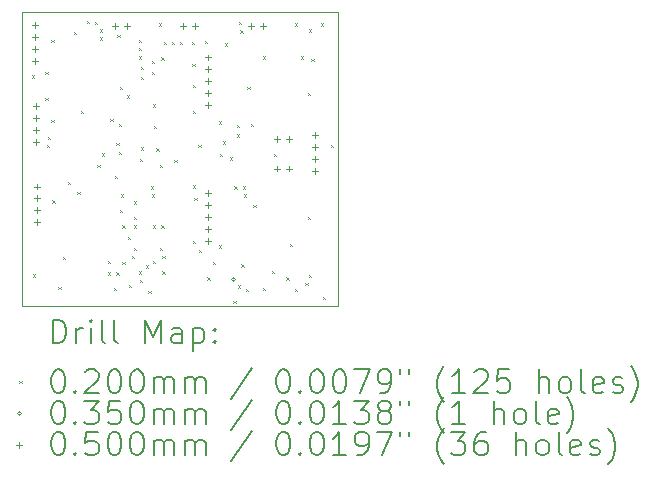
<source format=gbr>
%TF.GenerationSoftware,KiCad,Pcbnew,7.0.5*%
%TF.CreationDate,2023-06-11T19:33:45+08:00*%
%TF.ProjectId,DiveCAN Head,44697665-4341-44e2-9048-6561642e6b69,rev?*%
%TF.SameCoordinates,Original*%
%TF.FileFunction,Drillmap*%
%TF.FilePolarity,Positive*%
%FSLAX45Y45*%
G04 Gerber Fmt 4.5, Leading zero omitted, Abs format (unit mm)*
G04 Created by KiCad (PCBNEW 7.0.5) date 2023-06-11 19:33:45*
%MOMM*%
%LPD*%
G01*
G04 APERTURE LIST*
%ADD10C,0.100000*%
%ADD11C,0.200000*%
%ADD12C,0.020000*%
%ADD13C,0.035000*%
%ADD14C,0.050000*%
G04 APERTURE END LIST*
D10*
X10005000Y-9215000D02*
X12675000Y-9215000D01*
X12675000Y-11705000D01*
X10005000Y-11705000D01*
X10005000Y-9215000D01*
D11*
D12*
X10087500Y-9750000D02*
X10107500Y-9770000D01*
X10107500Y-9750000D02*
X10087500Y-9770000D01*
X10095000Y-11435000D02*
X10115000Y-11455000D01*
X10115000Y-11435000D02*
X10095000Y-11455000D01*
X10200000Y-9720000D02*
X10220000Y-9740000D01*
X10220000Y-9720000D02*
X10200000Y-9740000D01*
X10200000Y-9940000D02*
X10220000Y-9960000D01*
X10220000Y-9940000D02*
X10200000Y-9960000D01*
X10210000Y-10340000D02*
X10230000Y-10360000D01*
X10230000Y-10340000D02*
X10210000Y-10360000D01*
X10220000Y-10270000D02*
X10240000Y-10290000D01*
X10240000Y-10270000D02*
X10220000Y-10290000D01*
X10250000Y-9450000D02*
X10270000Y-9470000D01*
X10270000Y-9450000D02*
X10250000Y-9470000D01*
X10250000Y-10130000D02*
X10270000Y-10150000D01*
X10270000Y-10130000D02*
X10250000Y-10150000D01*
X10260000Y-10810000D02*
X10280000Y-10830000D01*
X10280000Y-10810000D02*
X10260000Y-10830000D01*
X10310000Y-11540000D02*
X10330000Y-11560000D01*
X10330000Y-11540000D02*
X10310000Y-11560000D01*
X10350000Y-11290000D02*
X10370000Y-11310000D01*
X10370000Y-11290000D02*
X10350000Y-11310000D01*
X10390000Y-10650000D02*
X10410000Y-10670000D01*
X10410000Y-10650000D02*
X10390000Y-10670000D01*
X10440000Y-9380000D02*
X10460000Y-9400000D01*
X10460000Y-9380000D02*
X10440000Y-9400000D01*
X10470000Y-10740000D02*
X10490000Y-10760000D01*
X10490000Y-10740000D02*
X10470000Y-10760000D01*
X10500000Y-10050000D02*
X10520000Y-10070000D01*
X10520000Y-10050000D02*
X10500000Y-10070000D01*
X10550000Y-9290000D02*
X10570000Y-9310000D01*
X10570000Y-9290000D02*
X10550000Y-9310000D01*
X10620000Y-9300000D02*
X10640000Y-9320000D01*
X10640000Y-9300000D02*
X10620000Y-9320000D01*
X10640000Y-10510000D02*
X10660000Y-10530000D01*
X10660000Y-10510000D02*
X10640000Y-10530000D01*
X10660000Y-9360000D02*
X10680000Y-9380000D01*
X10680000Y-9360000D02*
X10660000Y-9380000D01*
X10660000Y-9430000D02*
X10680000Y-9450000D01*
X10680000Y-9430000D02*
X10660000Y-9450000D01*
X10680000Y-10410000D02*
X10700000Y-10430000D01*
X10700000Y-10410000D02*
X10680000Y-10430000D01*
X10730000Y-11320000D02*
X10750000Y-11340000D01*
X10750000Y-11320000D02*
X10730000Y-11340000D01*
X10730000Y-11420000D02*
X10750000Y-11440000D01*
X10750000Y-11420000D02*
X10730000Y-11440000D01*
X10750000Y-10120000D02*
X10770000Y-10140000D01*
X10770000Y-10120000D02*
X10750000Y-10140000D01*
X10780000Y-11547500D02*
X10800000Y-11567500D01*
X10800000Y-11547500D02*
X10780000Y-11567500D01*
X10790000Y-10600000D02*
X10810000Y-10620000D01*
X10810000Y-10600000D02*
X10790000Y-10620000D01*
X10800000Y-10320000D02*
X10820000Y-10340000D01*
X10820000Y-10320000D02*
X10800000Y-10340000D01*
X10800000Y-11420000D02*
X10820000Y-11440000D01*
X10820000Y-11420000D02*
X10800000Y-11440000D01*
X10810000Y-9410000D02*
X10830000Y-9430000D01*
X10830000Y-9410000D02*
X10810000Y-9430000D01*
X10820000Y-10160000D02*
X10840000Y-10180000D01*
X10840000Y-10160000D02*
X10820000Y-10180000D01*
X10820000Y-10400000D02*
X10840000Y-10420000D01*
X10840000Y-10400000D02*
X10820000Y-10420000D01*
X10830000Y-9850000D02*
X10850000Y-9870000D01*
X10850000Y-9850000D02*
X10830000Y-9870000D01*
X10830000Y-10890000D02*
X10850000Y-10910000D01*
X10850000Y-10890000D02*
X10830000Y-10910000D01*
X10840000Y-10760000D02*
X10860000Y-10780000D01*
X10860000Y-10760000D02*
X10840000Y-10780000D01*
X10850000Y-11020000D02*
X10870000Y-11040000D01*
X10870000Y-11020000D02*
X10850000Y-11040000D01*
X10850761Y-11329239D02*
X10870761Y-11349239D01*
X10870761Y-11329239D02*
X10850761Y-11349239D01*
X10890000Y-9920000D02*
X10910000Y-9940000D01*
X10910000Y-9920000D02*
X10890000Y-9940000D01*
X10900000Y-11120000D02*
X10920000Y-11140000D01*
X10920000Y-11120000D02*
X10900000Y-11140000D01*
X10905000Y-11525000D02*
X10925000Y-11545000D01*
X10925000Y-11525000D02*
X10905000Y-11545000D01*
X10930000Y-11280000D02*
X10950000Y-11300000D01*
X10950000Y-11280000D02*
X10930000Y-11300000D01*
X10948650Y-10818650D02*
X10968650Y-10838650D01*
X10968650Y-10818650D02*
X10948650Y-10838650D01*
X10950000Y-10950000D02*
X10970000Y-10970000D01*
X10970000Y-10950000D02*
X10950000Y-10970000D01*
X10950000Y-11020000D02*
X10970000Y-11040000D01*
X10970000Y-11020000D02*
X10950000Y-11040000D01*
X10950000Y-11210000D02*
X10970000Y-11230000D01*
X10970000Y-11210000D02*
X10950000Y-11230000D01*
X10990000Y-9450000D02*
X11010000Y-9470000D01*
X11010000Y-9450000D02*
X10990000Y-9470000D01*
X10990000Y-9520000D02*
X11010000Y-9540000D01*
X11010000Y-9520000D02*
X10990000Y-9540000D01*
X10990000Y-9590000D02*
X11010000Y-9610000D01*
X11010000Y-9590000D02*
X10990000Y-9610000D01*
X10990000Y-11410000D02*
X11010000Y-11430000D01*
X11010000Y-11410000D02*
X10990000Y-11430000D01*
X11000000Y-10460000D02*
X11020000Y-10480000D01*
X11020000Y-10460000D02*
X11000000Y-10480000D01*
X11001522Y-11480000D02*
X11021522Y-11500000D01*
X11021522Y-11480000D02*
X11001522Y-11500000D01*
X11010000Y-9680000D02*
X11030000Y-9700000D01*
X11030000Y-9680000D02*
X11010000Y-9700000D01*
X11010000Y-9761350D02*
X11030000Y-9781350D01*
X11030000Y-9761350D02*
X11010000Y-9781350D01*
X11010000Y-10360000D02*
X11030000Y-10380000D01*
X11030000Y-10360000D02*
X11010000Y-10380000D01*
X11050000Y-11360000D02*
X11070000Y-11380000D01*
X11070000Y-11360000D02*
X11050000Y-11380000D01*
X11070000Y-11575000D02*
X11090000Y-11595000D01*
X11090000Y-11575000D02*
X11070000Y-11595000D01*
X11090000Y-10690000D02*
X11110000Y-10710000D01*
X11110000Y-10690000D02*
X11090000Y-10710000D01*
X11100000Y-9630000D02*
X11120000Y-9650000D01*
X11120000Y-9630000D02*
X11100000Y-9650000D01*
X11100000Y-9720000D02*
X11120000Y-9740000D01*
X11120000Y-9720000D02*
X11100000Y-9740000D01*
X11100000Y-10760000D02*
X11120000Y-10780000D01*
X11120000Y-10760000D02*
X11100000Y-10780000D01*
X11110000Y-9997500D02*
X11130000Y-10017500D01*
X11130000Y-9997500D02*
X11110000Y-10017500D01*
X11110000Y-11020000D02*
X11130000Y-11040000D01*
X11130000Y-11020000D02*
X11110000Y-11040000D01*
X11111350Y-11321350D02*
X11131350Y-11341350D01*
X11131350Y-11321350D02*
X11111350Y-11341350D01*
X11120000Y-10180000D02*
X11140000Y-10200000D01*
X11140000Y-10180000D02*
X11120000Y-10200000D01*
X11140000Y-10370000D02*
X11160000Y-10390000D01*
X11160000Y-10370000D02*
X11140000Y-10390000D01*
X11160000Y-9310000D02*
X11180000Y-9330000D01*
X11180000Y-9310000D02*
X11160000Y-9330000D01*
X11170000Y-10510000D02*
X11190000Y-10530000D01*
X11190000Y-10510000D02*
X11170000Y-10530000D01*
X11170000Y-11210000D02*
X11190000Y-11230000D01*
X11190000Y-11210000D02*
X11170000Y-11230000D01*
X11180000Y-9600000D02*
X11200000Y-9620000D01*
X11200000Y-9600000D02*
X11180000Y-9620000D01*
X11180000Y-11020000D02*
X11200000Y-11040000D01*
X11200000Y-11020000D02*
X11180000Y-11040000D01*
X11190000Y-11280000D02*
X11210000Y-11300000D01*
X11210000Y-11280000D02*
X11190000Y-11300000D01*
X11190000Y-11410000D02*
X11210000Y-11430000D01*
X11210000Y-11410000D02*
X11190000Y-11430000D01*
X11200000Y-9470000D02*
X11220000Y-9490000D01*
X11220000Y-9470000D02*
X11200000Y-9490000D01*
X11270000Y-9470000D02*
X11290000Y-9490000D01*
X11290000Y-9470000D02*
X11270000Y-9490000D01*
X11290000Y-10467500D02*
X11310000Y-10487500D01*
X11310000Y-10467500D02*
X11290000Y-10487500D01*
X11340000Y-9470000D02*
X11360000Y-9490000D01*
X11360000Y-9470000D02*
X11340000Y-9490000D01*
X11440000Y-9470000D02*
X11460000Y-9490000D01*
X11460000Y-9470000D02*
X11440000Y-9490000D01*
X11445000Y-9655000D02*
X11465000Y-9675000D01*
X11465000Y-9655000D02*
X11445000Y-9675000D01*
X11450000Y-9830000D02*
X11470000Y-9850000D01*
X11470000Y-9830000D02*
X11450000Y-9850000D01*
X11450000Y-10050000D02*
X11470000Y-10070000D01*
X11470000Y-10050000D02*
X11450000Y-10070000D01*
X11450000Y-10681900D02*
X11470000Y-10701900D01*
X11470000Y-10681900D02*
X11450000Y-10701900D01*
X11450000Y-11150000D02*
X11470000Y-11170000D01*
X11470000Y-11150000D02*
X11450000Y-11170000D01*
X11460000Y-10790000D02*
X11480000Y-10810000D01*
X11480000Y-10790000D02*
X11460000Y-10810000D01*
X11495000Y-10340000D02*
X11515000Y-10360000D01*
X11515000Y-10340000D02*
X11495000Y-10360000D01*
X11500000Y-11230000D02*
X11520000Y-11250000D01*
X11520000Y-11230000D02*
X11500000Y-11250000D01*
X11550000Y-9460000D02*
X11570000Y-9480000D01*
X11570000Y-9460000D02*
X11550000Y-9480000D01*
X11570000Y-11460000D02*
X11590000Y-11480000D01*
X11590000Y-11460000D02*
X11570000Y-11480000D01*
X11620000Y-11330000D02*
X11640000Y-11350000D01*
X11640000Y-11330000D02*
X11620000Y-11350000D01*
X11670000Y-10140000D02*
X11690000Y-10160000D01*
X11690000Y-10140000D02*
X11670000Y-10160000D01*
X11670000Y-11190000D02*
X11690000Y-11210000D01*
X11690000Y-11190000D02*
X11670000Y-11210000D01*
X11675000Y-10415000D02*
X11695000Y-10435000D01*
X11695000Y-10415000D02*
X11675000Y-10435000D01*
X11700000Y-10310000D02*
X11720000Y-10330000D01*
X11720000Y-10310000D02*
X11700000Y-10330000D01*
X11720000Y-9480000D02*
X11740000Y-9500000D01*
X11740000Y-9480000D02*
X11720000Y-9500000D01*
X11760000Y-10445000D02*
X11780000Y-10465000D01*
X11780000Y-10445000D02*
X11760000Y-10465000D01*
X11790000Y-11660000D02*
X11810000Y-11680000D01*
X11810000Y-11660000D02*
X11790000Y-11680000D01*
X11800000Y-10690000D02*
X11820000Y-10710000D01*
X11820000Y-10690000D02*
X11800000Y-10710000D01*
X11820000Y-10170000D02*
X11840000Y-10190000D01*
X11840000Y-10170000D02*
X11820000Y-10190000D01*
X11820000Y-10250000D02*
X11840000Y-10270000D01*
X11840000Y-10250000D02*
X11820000Y-10270000D01*
X11830000Y-11530000D02*
X11850000Y-11550000D01*
X11850000Y-11530000D02*
X11830000Y-11550000D01*
X11840000Y-9300000D02*
X11860000Y-9320000D01*
X11860000Y-9300000D02*
X11840000Y-9320000D01*
X11850000Y-9370000D02*
X11870000Y-9390000D01*
X11870000Y-9370000D02*
X11850000Y-9390000D01*
X11860000Y-11350000D02*
X11880000Y-11370000D01*
X11880000Y-11350000D02*
X11860000Y-11370000D01*
X11870000Y-10690000D02*
X11890000Y-10710000D01*
X11890000Y-10690000D02*
X11870000Y-10710000D01*
X11880000Y-10760000D02*
X11900000Y-10780000D01*
X11900000Y-10760000D02*
X11880000Y-10780000D01*
X11895000Y-11560000D02*
X11915000Y-11580000D01*
X11915000Y-11560000D02*
X11895000Y-11580000D01*
X11910000Y-9850000D02*
X11930000Y-9870000D01*
X11930000Y-9850000D02*
X11910000Y-9870000D01*
X11940000Y-10160000D02*
X11960000Y-10180000D01*
X11960000Y-10160000D02*
X11940000Y-10180000D01*
X11960000Y-10850000D02*
X11980000Y-10870000D01*
X11980000Y-10850000D02*
X11960000Y-10870000D01*
X12040000Y-9590000D02*
X12060000Y-9610000D01*
X12060000Y-9590000D02*
X12040000Y-9610000D01*
X12040000Y-11550000D02*
X12060000Y-11570000D01*
X12060000Y-11550000D02*
X12040000Y-11570000D01*
X12117500Y-11407500D02*
X12137500Y-11427500D01*
X12137500Y-11407500D02*
X12117500Y-11427500D01*
X12135000Y-10415000D02*
X12155000Y-10435000D01*
X12155000Y-10415000D02*
X12135000Y-10435000D01*
X12240000Y-11460000D02*
X12260000Y-11480000D01*
X12260000Y-11460000D02*
X12240000Y-11480000D01*
X12270000Y-11180000D02*
X12290000Y-11200000D01*
X12290000Y-11180000D02*
X12270000Y-11200000D01*
X12310000Y-9310000D02*
X12330000Y-9330000D01*
X12330000Y-9310000D02*
X12310000Y-9330000D01*
X12310000Y-11560000D02*
X12330000Y-11580000D01*
X12330000Y-11560000D02*
X12310000Y-11580000D01*
X12360000Y-9590000D02*
X12380000Y-9610000D01*
X12380000Y-9590000D02*
X12360000Y-9610000D01*
X12400000Y-11510000D02*
X12420000Y-11530000D01*
X12420000Y-11510000D02*
X12400000Y-11530000D01*
X12420000Y-9900000D02*
X12440000Y-9920000D01*
X12440000Y-9900000D02*
X12420000Y-9920000D01*
X12420000Y-10950000D02*
X12440000Y-10970000D01*
X12440000Y-10950000D02*
X12420000Y-10970000D01*
X12430000Y-9360000D02*
X12450000Y-9380000D01*
X12450000Y-9360000D02*
X12430000Y-9380000D01*
X12430000Y-11440000D02*
X12450000Y-11460000D01*
X12450000Y-11440000D02*
X12430000Y-11460000D01*
X12450000Y-9610000D02*
X12470000Y-9630000D01*
X12470000Y-9610000D02*
X12450000Y-9630000D01*
X12530000Y-9310000D02*
X12550000Y-9330000D01*
X12550000Y-9310000D02*
X12530000Y-9330000D01*
X12547500Y-11627500D02*
X12567500Y-11647500D01*
X12567500Y-11627500D02*
X12547500Y-11647500D01*
X12615000Y-10340000D02*
X12635000Y-10360000D01*
X12635000Y-10340000D02*
X12615000Y-10360000D01*
D13*
X11807500Y-11480000D02*
G75*
G03*
X11807500Y-11480000I-17500J0D01*
G01*
D14*
X10110000Y-9301000D02*
X10110000Y-9351000D01*
X10085000Y-9326000D02*
X10135000Y-9326000D01*
X10110000Y-9401000D02*
X10110000Y-9451000D01*
X10085000Y-9426000D02*
X10135000Y-9426000D01*
X10110000Y-9501000D02*
X10110000Y-9551000D01*
X10085000Y-9526000D02*
X10135000Y-9526000D01*
X10110000Y-9601000D02*
X10110000Y-9651000D01*
X10085000Y-9626000D02*
X10135000Y-9626000D01*
X10116750Y-9987500D02*
X10116750Y-10037500D01*
X10091750Y-10012500D02*
X10141750Y-10012500D01*
X10116750Y-10087500D02*
X10116750Y-10137500D01*
X10091750Y-10112500D02*
X10141750Y-10112500D01*
X10116750Y-10187500D02*
X10116750Y-10237500D01*
X10091750Y-10212500D02*
X10141750Y-10212500D01*
X10116750Y-10287500D02*
X10116750Y-10337500D01*
X10091750Y-10312500D02*
X10141750Y-10312500D01*
X10127000Y-10667500D02*
X10127000Y-10717500D01*
X10102000Y-10692500D02*
X10152000Y-10692500D01*
X10127000Y-10767500D02*
X10127000Y-10817500D01*
X10102000Y-10792500D02*
X10152000Y-10792500D01*
X10127000Y-10867500D02*
X10127000Y-10917500D01*
X10102000Y-10892500D02*
X10152000Y-10892500D01*
X10127000Y-10967500D02*
X10127000Y-11017500D01*
X10102000Y-10992500D02*
X10152000Y-10992500D01*
X10790000Y-9305000D02*
X10790000Y-9355000D01*
X10765000Y-9330000D02*
X10815000Y-9330000D01*
X10890000Y-9305000D02*
X10890000Y-9355000D01*
X10865000Y-9330000D02*
X10915000Y-9330000D01*
X11365500Y-9305000D02*
X11365500Y-9355000D01*
X11340500Y-9330000D02*
X11390500Y-9330000D01*
X11465500Y-9305000D02*
X11465500Y-9355000D01*
X11440500Y-9330000D02*
X11490500Y-9330000D01*
X11575000Y-10725000D02*
X11575000Y-10775000D01*
X11550000Y-10750000D02*
X11600000Y-10750000D01*
X11575000Y-10825000D02*
X11575000Y-10875000D01*
X11550000Y-10850000D02*
X11600000Y-10850000D01*
X11575000Y-10925000D02*
X11575000Y-10975000D01*
X11550000Y-10950000D02*
X11600000Y-10950000D01*
X11575000Y-11025000D02*
X11575000Y-11075000D01*
X11550000Y-11050000D02*
X11600000Y-11050000D01*
X11575000Y-11125000D02*
X11575000Y-11175000D01*
X11550000Y-11150000D02*
X11600000Y-11150000D01*
X11580000Y-9575000D02*
X11580000Y-9625000D01*
X11555000Y-9600000D02*
X11605000Y-9600000D01*
X11580000Y-9675000D02*
X11580000Y-9725000D01*
X11555000Y-9700000D02*
X11605000Y-9700000D01*
X11580000Y-9775000D02*
X11580000Y-9825000D01*
X11555000Y-9800000D02*
X11605000Y-9800000D01*
X11580000Y-9875000D02*
X11580000Y-9925000D01*
X11555000Y-9900000D02*
X11605000Y-9900000D01*
X11580000Y-9975000D02*
X11580000Y-10025000D01*
X11555000Y-10000000D02*
X11605000Y-10000000D01*
X11940000Y-9305000D02*
X11940000Y-9355000D01*
X11915000Y-9330000D02*
X11965000Y-9330000D01*
X12040000Y-9305000D02*
X12040000Y-9355000D01*
X12015000Y-9330000D02*
X12065000Y-9330000D01*
X12160000Y-10265000D02*
X12160000Y-10315000D01*
X12135000Y-10290000D02*
X12185000Y-10290000D01*
X12160000Y-10515000D02*
X12160000Y-10565000D01*
X12135000Y-10540000D02*
X12185000Y-10540000D01*
X12260000Y-10265000D02*
X12260000Y-10315000D01*
X12235000Y-10290000D02*
X12285000Y-10290000D01*
X12260000Y-10515000D02*
X12260000Y-10565000D01*
X12235000Y-10540000D02*
X12285000Y-10540000D01*
X12480000Y-10235000D02*
X12480000Y-10285000D01*
X12455000Y-10260000D02*
X12505000Y-10260000D01*
X12480000Y-10335000D02*
X12480000Y-10385000D01*
X12455000Y-10360000D02*
X12505000Y-10360000D01*
X12480000Y-10435000D02*
X12480000Y-10485000D01*
X12455000Y-10460000D02*
X12505000Y-10460000D01*
X12480000Y-10535000D02*
X12480000Y-10585000D01*
X12455000Y-10560000D02*
X12505000Y-10560000D01*
D11*
X10260777Y-12021484D02*
X10260777Y-11821484D01*
X10260777Y-11821484D02*
X10308396Y-11821484D01*
X10308396Y-11821484D02*
X10336967Y-11831008D01*
X10336967Y-11831008D02*
X10356015Y-11850055D01*
X10356015Y-11850055D02*
X10365539Y-11869103D01*
X10365539Y-11869103D02*
X10375063Y-11907198D01*
X10375063Y-11907198D02*
X10375063Y-11935769D01*
X10375063Y-11935769D02*
X10365539Y-11973865D01*
X10365539Y-11973865D02*
X10356015Y-11992912D01*
X10356015Y-11992912D02*
X10336967Y-12011960D01*
X10336967Y-12011960D02*
X10308396Y-12021484D01*
X10308396Y-12021484D02*
X10260777Y-12021484D01*
X10460777Y-12021484D02*
X10460777Y-11888150D01*
X10460777Y-11926246D02*
X10470301Y-11907198D01*
X10470301Y-11907198D02*
X10479824Y-11897674D01*
X10479824Y-11897674D02*
X10498872Y-11888150D01*
X10498872Y-11888150D02*
X10517920Y-11888150D01*
X10584586Y-12021484D02*
X10584586Y-11888150D01*
X10584586Y-11821484D02*
X10575063Y-11831008D01*
X10575063Y-11831008D02*
X10584586Y-11840531D01*
X10584586Y-11840531D02*
X10594110Y-11831008D01*
X10594110Y-11831008D02*
X10584586Y-11821484D01*
X10584586Y-11821484D02*
X10584586Y-11840531D01*
X10708396Y-12021484D02*
X10689348Y-12011960D01*
X10689348Y-12011960D02*
X10679824Y-11992912D01*
X10679824Y-11992912D02*
X10679824Y-11821484D01*
X10813158Y-12021484D02*
X10794110Y-12011960D01*
X10794110Y-12011960D02*
X10784586Y-11992912D01*
X10784586Y-11992912D02*
X10784586Y-11821484D01*
X11041729Y-12021484D02*
X11041729Y-11821484D01*
X11041729Y-11821484D02*
X11108396Y-11964341D01*
X11108396Y-11964341D02*
X11175063Y-11821484D01*
X11175063Y-11821484D02*
X11175063Y-12021484D01*
X11356015Y-12021484D02*
X11356015Y-11916722D01*
X11356015Y-11916722D02*
X11346491Y-11897674D01*
X11346491Y-11897674D02*
X11327443Y-11888150D01*
X11327443Y-11888150D02*
X11289348Y-11888150D01*
X11289348Y-11888150D02*
X11270301Y-11897674D01*
X11356015Y-12011960D02*
X11336967Y-12021484D01*
X11336967Y-12021484D02*
X11289348Y-12021484D01*
X11289348Y-12021484D02*
X11270301Y-12011960D01*
X11270301Y-12011960D02*
X11260777Y-11992912D01*
X11260777Y-11992912D02*
X11260777Y-11973865D01*
X11260777Y-11973865D02*
X11270301Y-11954817D01*
X11270301Y-11954817D02*
X11289348Y-11945293D01*
X11289348Y-11945293D02*
X11336967Y-11945293D01*
X11336967Y-11945293D02*
X11356015Y-11935769D01*
X11451253Y-11888150D02*
X11451253Y-12088150D01*
X11451253Y-11897674D02*
X11470301Y-11888150D01*
X11470301Y-11888150D02*
X11508396Y-11888150D01*
X11508396Y-11888150D02*
X11527443Y-11897674D01*
X11527443Y-11897674D02*
X11536967Y-11907198D01*
X11536967Y-11907198D02*
X11546491Y-11926246D01*
X11546491Y-11926246D02*
X11546491Y-11983388D01*
X11546491Y-11983388D02*
X11536967Y-12002436D01*
X11536967Y-12002436D02*
X11527443Y-12011960D01*
X11527443Y-12011960D02*
X11508396Y-12021484D01*
X11508396Y-12021484D02*
X11470301Y-12021484D01*
X11470301Y-12021484D02*
X11451253Y-12011960D01*
X11632205Y-12002436D02*
X11641729Y-12011960D01*
X11641729Y-12011960D02*
X11632205Y-12021484D01*
X11632205Y-12021484D02*
X11622682Y-12011960D01*
X11622682Y-12011960D02*
X11632205Y-12002436D01*
X11632205Y-12002436D02*
X11632205Y-12021484D01*
X11632205Y-11897674D02*
X11641729Y-11907198D01*
X11641729Y-11907198D02*
X11632205Y-11916722D01*
X11632205Y-11916722D02*
X11622682Y-11907198D01*
X11622682Y-11907198D02*
X11632205Y-11897674D01*
X11632205Y-11897674D02*
X11632205Y-11916722D01*
D12*
X9980000Y-12340000D02*
X10000000Y-12360000D01*
X10000000Y-12340000D02*
X9980000Y-12360000D01*
D11*
X10298872Y-12241484D02*
X10317920Y-12241484D01*
X10317920Y-12241484D02*
X10336967Y-12251008D01*
X10336967Y-12251008D02*
X10346491Y-12260531D01*
X10346491Y-12260531D02*
X10356015Y-12279579D01*
X10356015Y-12279579D02*
X10365539Y-12317674D01*
X10365539Y-12317674D02*
X10365539Y-12365293D01*
X10365539Y-12365293D02*
X10356015Y-12403388D01*
X10356015Y-12403388D02*
X10346491Y-12422436D01*
X10346491Y-12422436D02*
X10336967Y-12431960D01*
X10336967Y-12431960D02*
X10317920Y-12441484D01*
X10317920Y-12441484D02*
X10298872Y-12441484D01*
X10298872Y-12441484D02*
X10279824Y-12431960D01*
X10279824Y-12431960D02*
X10270301Y-12422436D01*
X10270301Y-12422436D02*
X10260777Y-12403388D01*
X10260777Y-12403388D02*
X10251253Y-12365293D01*
X10251253Y-12365293D02*
X10251253Y-12317674D01*
X10251253Y-12317674D02*
X10260777Y-12279579D01*
X10260777Y-12279579D02*
X10270301Y-12260531D01*
X10270301Y-12260531D02*
X10279824Y-12251008D01*
X10279824Y-12251008D02*
X10298872Y-12241484D01*
X10451253Y-12422436D02*
X10460777Y-12431960D01*
X10460777Y-12431960D02*
X10451253Y-12441484D01*
X10451253Y-12441484D02*
X10441729Y-12431960D01*
X10441729Y-12431960D02*
X10451253Y-12422436D01*
X10451253Y-12422436D02*
X10451253Y-12441484D01*
X10536967Y-12260531D02*
X10546491Y-12251008D01*
X10546491Y-12251008D02*
X10565539Y-12241484D01*
X10565539Y-12241484D02*
X10613158Y-12241484D01*
X10613158Y-12241484D02*
X10632205Y-12251008D01*
X10632205Y-12251008D02*
X10641729Y-12260531D01*
X10641729Y-12260531D02*
X10651253Y-12279579D01*
X10651253Y-12279579D02*
X10651253Y-12298627D01*
X10651253Y-12298627D02*
X10641729Y-12327198D01*
X10641729Y-12327198D02*
X10527444Y-12441484D01*
X10527444Y-12441484D02*
X10651253Y-12441484D01*
X10775063Y-12241484D02*
X10794110Y-12241484D01*
X10794110Y-12241484D02*
X10813158Y-12251008D01*
X10813158Y-12251008D02*
X10822682Y-12260531D01*
X10822682Y-12260531D02*
X10832205Y-12279579D01*
X10832205Y-12279579D02*
X10841729Y-12317674D01*
X10841729Y-12317674D02*
X10841729Y-12365293D01*
X10841729Y-12365293D02*
X10832205Y-12403388D01*
X10832205Y-12403388D02*
X10822682Y-12422436D01*
X10822682Y-12422436D02*
X10813158Y-12431960D01*
X10813158Y-12431960D02*
X10794110Y-12441484D01*
X10794110Y-12441484D02*
X10775063Y-12441484D01*
X10775063Y-12441484D02*
X10756015Y-12431960D01*
X10756015Y-12431960D02*
X10746491Y-12422436D01*
X10746491Y-12422436D02*
X10736967Y-12403388D01*
X10736967Y-12403388D02*
X10727444Y-12365293D01*
X10727444Y-12365293D02*
X10727444Y-12317674D01*
X10727444Y-12317674D02*
X10736967Y-12279579D01*
X10736967Y-12279579D02*
X10746491Y-12260531D01*
X10746491Y-12260531D02*
X10756015Y-12251008D01*
X10756015Y-12251008D02*
X10775063Y-12241484D01*
X10965539Y-12241484D02*
X10984586Y-12241484D01*
X10984586Y-12241484D02*
X11003634Y-12251008D01*
X11003634Y-12251008D02*
X11013158Y-12260531D01*
X11013158Y-12260531D02*
X11022682Y-12279579D01*
X11022682Y-12279579D02*
X11032205Y-12317674D01*
X11032205Y-12317674D02*
X11032205Y-12365293D01*
X11032205Y-12365293D02*
X11022682Y-12403388D01*
X11022682Y-12403388D02*
X11013158Y-12422436D01*
X11013158Y-12422436D02*
X11003634Y-12431960D01*
X11003634Y-12431960D02*
X10984586Y-12441484D01*
X10984586Y-12441484D02*
X10965539Y-12441484D01*
X10965539Y-12441484D02*
X10946491Y-12431960D01*
X10946491Y-12431960D02*
X10936967Y-12422436D01*
X10936967Y-12422436D02*
X10927444Y-12403388D01*
X10927444Y-12403388D02*
X10917920Y-12365293D01*
X10917920Y-12365293D02*
X10917920Y-12317674D01*
X10917920Y-12317674D02*
X10927444Y-12279579D01*
X10927444Y-12279579D02*
X10936967Y-12260531D01*
X10936967Y-12260531D02*
X10946491Y-12251008D01*
X10946491Y-12251008D02*
X10965539Y-12241484D01*
X11117920Y-12441484D02*
X11117920Y-12308150D01*
X11117920Y-12327198D02*
X11127444Y-12317674D01*
X11127444Y-12317674D02*
X11146491Y-12308150D01*
X11146491Y-12308150D02*
X11175063Y-12308150D01*
X11175063Y-12308150D02*
X11194110Y-12317674D01*
X11194110Y-12317674D02*
X11203634Y-12336722D01*
X11203634Y-12336722D02*
X11203634Y-12441484D01*
X11203634Y-12336722D02*
X11213158Y-12317674D01*
X11213158Y-12317674D02*
X11232205Y-12308150D01*
X11232205Y-12308150D02*
X11260777Y-12308150D01*
X11260777Y-12308150D02*
X11279824Y-12317674D01*
X11279824Y-12317674D02*
X11289348Y-12336722D01*
X11289348Y-12336722D02*
X11289348Y-12441484D01*
X11384586Y-12441484D02*
X11384586Y-12308150D01*
X11384586Y-12327198D02*
X11394110Y-12317674D01*
X11394110Y-12317674D02*
X11413158Y-12308150D01*
X11413158Y-12308150D02*
X11441729Y-12308150D01*
X11441729Y-12308150D02*
X11460777Y-12317674D01*
X11460777Y-12317674D02*
X11470301Y-12336722D01*
X11470301Y-12336722D02*
X11470301Y-12441484D01*
X11470301Y-12336722D02*
X11479824Y-12317674D01*
X11479824Y-12317674D02*
X11498872Y-12308150D01*
X11498872Y-12308150D02*
X11527443Y-12308150D01*
X11527443Y-12308150D02*
X11546491Y-12317674D01*
X11546491Y-12317674D02*
X11556015Y-12336722D01*
X11556015Y-12336722D02*
X11556015Y-12441484D01*
X11946491Y-12231960D02*
X11775063Y-12489103D01*
X12203634Y-12241484D02*
X12222682Y-12241484D01*
X12222682Y-12241484D02*
X12241729Y-12251008D01*
X12241729Y-12251008D02*
X12251253Y-12260531D01*
X12251253Y-12260531D02*
X12260777Y-12279579D01*
X12260777Y-12279579D02*
X12270301Y-12317674D01*
X12270301Y-12317674D02*
X12270301Y-12365293D01*
X12270301Y-12365293D02*
X12260777Y-12403388D01*
X12260777Y-12403388D02*
X12251253Y-12422436D01*
X12251253Y-12422436D02*
X12241729Y-12431960D01*
X12241729Y-12431960D02*
X12222682Y-12441484D01*
X12222682Y-12441484D02*
X12203634Y-12441484D01*
X12203634Y-12441484D02*
X12184586Y-12431960D01*
X12184586Y-12431960D02*
X12175063Y-12422436D01*
X12175063Y-12422436D02*
X12165539Y-12403388D01*
X12165539Y-12403388D02*
X12156015Y-12365293D01*
X12156015Y-12365293D02*
X12156015Y-12317674D01*
X12156015Y-12317674D02*
X12165539Y-12279579D01*
X12165539Y-12279579D02*
X12175063Y-12260531D01*
X12175063Y-12260531D02*
X12184586Y-12251008D01*
X12184586Y-12251008D02*
X12203634Y-12241484D01*
X12356015Y-12422436D02*
X12365539Y-12431960D01*
X12365539Y-12431960D02*
X12356015Y-12441484D01*
X12356015Y-12441484D02*
X12346491Y-12431960D01*
X12346491Y-12431960D02*
X12356015Y-12422436D01*
X12356015Y-12422436D02*
X12356015Y-12441484D01*
X12489348Y-12241484D02*
X12508396Y-12241484D01*
X12508396Y-12241484D02*
X12527444Y-12251008D01*
X12527444Y-12251008D02*
X12536967Y-12260531D01*
X12536967Y-12260531D02*
X12546491Y-12279579D01*
X12546491Y-12279579D02*
X12556015Y-12317674D01*
X12556015Y-12317674D02*
X12556015Y-12365293D01*
X12556015Y-12365293D02*
X12546491Y-12403388D01*
X12546491Y-12403388D02*
X12536967Y-12422436D01*
X12536967Y-12422436D02*
X12527444Y-12431960D01*
X12527444Y-12431960D02*
X12508396Y-12441484D01*
X12508396Y-12441484D02*
X12489348Y-12441484D01*
X12489348Y-12441484D02*
X12470301Y-12431960D01*
X12470301Y-12431960D02*
X12460777Y-12422436D01*
X12460777Y-12422436D02*
X12451253Y-12403388D01*
X12451253Y-12403388D02*
X12441729Y-12365293D01*
X12441729Y-12365293D02*
X12441729Y-12317674D01*
X12441729Y-12317674D02*
X12451253Y-12279579D01*
X12451253Y-12279579D02*
X12460777Y-12260531D01*
X12460777Y-12260531D02*
X12470301Y-12251008D01*
X12470301Y-12251008D02*
X12489348Y-12241484D01*
X12679825Y-12241484D02*
X12698872Y-12241484D01*
X12698872Y-12241484D02*
X12717920Y-12251008D01*
X12717920Y-12251008D02*
X12727444Y-12260531D01*
X12727444Y-12260531D02*
X12736967Y-12279579D01*
X12736967Y-12279579D02*
X12746491Y-12317674D01*
X12746491Y-12317674D02*
X12746491Y-12365293D01*
X12746491Y-12365293D02*
X12736967Y-12403388D01*
X12736967Y-12403388D02*
X12727444Y-12422436D01*
X12727444Y-12422436D02*
X12717920Y-12431960D01*
X12717920Y-12431960D02*
X12698872Y-12441484D01*
X12698872Y-12441484D02*
X12679825Y-12441484D01*
X12679825Y-12441484D02*
X12660777Y-12431960D01*
X12660777Y-12431960D02*
X12651253Y-12422436D01*
X12651253Y-12422436D02*
X12641729Y-12403388D01*
X12641729Y-12403388D02*
X12632206Y-12365293D01*
X12632206Y-12365293D02*
X12632206Y-12317674D01*
X12632206Y-12317674D02*
X12641729Y-12279579D01*
X12641729Y-12279579D02*
X12651253Y-12260531D01*
X12651253Y-12260531D02*
X12660777Y-12251008D01*
X12660777Y-12251008D02*
X12679825Y-12241484D01*
X12813158Y-12241484D02*
X12946491Y-12241484D01*
X12946491Y-12241484D02*
X12860777Y-12441484D01*
X13032206Y-12441484D02*
X13070301Y-12441484D01*
X13070301Y-12441484D02*
X13089348Y-12431960D01*
X13089348Y-12431960D02*
X13098872Y-12422436D01*
X13098872Y-12422436D02*
X13117920Y-12393865D01*
X13117920Y-12393865D02*
X13127444Y-12355769D01*
X13127444Y-12355769D02*
X13127444Y-12279579D01*
X13127444Y-12279579D02*
X13117920Y-12260531D01*
X13117920Y-12260531D02*
X13108396Y-12251008D01*
X13108396Y-12251008D02*
X13089348Y-12241484D01*
X13089348Y-12241484D02*
X13051253Y-12241484D01*
X13051253Y-12241484D02*
X13032206Y-12251008D01*
X13032206Y-12251008D02*
X13022682Y-12260531D01*
X13022682Y-12260531D02*
X13013158Y-12279579D01*
X13013158Y-12279579D02*
X13013158Y-12327198D01*
X13013158Y-12327198D02*
X13022682Y-12346246D01*
X13022682Y-12346246D02*
X13032206Y-12355769D01*
X13032206Y-12355769D02*
X13051253Y-12365293D01*
X13051253Y-12365293D02*
X13089348Y-12365293D01*
X13089348Y-12365293D02*
X13108396Y-12355769D01*
X13108396Y-12355769D02*
X13117920Y-12346246D01*
X13117920Y-12346246D02*
X13127444Y-12327198D01*
X13203634Y-12241484D02*
X13203634Y-12279579D01*
X13279825Y-12241484D02*
X13279825Y-12279579D01*
X13575063Y-12517674D02*
X13565539Y-12508150D01*
X13565539Y-12508150D02*
X13546491Y-12479579D01*
X13546491Y-12479579D02*
X13536968Y-12460531D01*
X13536968Y-12460531D02*
X13527444Y-12431960D01*
X13527444Y-12431960D02*
X13517920Y-12384341D01*
X13517920Y-12384341D02*
X13517920Y-12346246D01*
X13517920Y-12346246D02*
X13527444Y-12298627D01*
X13527444Y-12298627D02*
X13536968Y-12270055D01*
X13536968Y-12270055D02*
X13546491Y-12251008D01*
X13546491Y-12251008D02*
X13565539Y-12222436D01*
X13565539Y-12222436D02*
X13575063Y-12212912D01*
X13756015Y-12441484D02*
X13641729Y-12441484D01*
X13698872Y-12441484D02*
X13698872Y-12241484D01*
X13698872Y-12241484D02*
X13679825Y-12270055D01*
X13679825Y-12270055D02*
X13660777Y-12289103D01*
X13660777Y-12289103D02*
X13641729Y-12298627D01*
X13832206Y-12260531D02*
X13841729Y-12251008D01*
X13841729Y-12251008D02*
X13860777Y-12241484D01*
X13860777Y-12241484D02*
X13908396Y-12241484D01*
X13908396Y-12241484D02*
X13927444Y-12251008D01*
X13927444Y-12251008D02*
X13936968Y-12260531D01*
X13936968Y-12260531D02*
X13946491Y-12279579D01*
X13946491Y-12279579D02*
X13946491Y-12298627D01*
X13946491Y-12298627D02*
X13936968Y-12327198D01*
X13936968Y-12327198D02*
X13822682Y-12441484D01*
X13822682Y-12441484D02*
X13946491Y-12441484D01*
X14127444Y-12241484D02*
X14032206Y-12241484D01*
X14032206Y-12241484D02*
X14022682Y-12336722D01*
X14022682Y-12336722D02*
X14032206Y-12327198D01*
X14032206Y-12327198D02*
X14051253Y-12317674D01*
X14051253Y-12317674D02*
X14098872Y-12317674D01*
X14098872Y-12317674D02*
X14117920Y-12327198D01*
X14117920Y-12327198D02*
X14127444Y-12336722D01*
X14127444Y-12336722D02*
X14136968Y-12355769D01*
X14136968Y-12355769D02*
X14136968Y-12403388D01*
X14136968Y-12403388D02*
X14127444Y-12422436D01*
X14127444Y-12422436D02*
X14117920Y-12431960D01*
X14117920Y-12431960D02*
X14098872Y-12441484D01*
X14098872Y-12441484D02*
X14051253Y-12441484D01*
X14051253Y-12441484D02*
X14032206Y-12431960D01*
X14032206Y-12431960D02*
X14022682Y-12422436D01*
X14375063Y-12441484D02*
X14375063Y-12241484D01*
X14460777Y-12441484D02*
X14460777Y-12336722D01*
X14460777Y-12336722D02*
X14451253Y-12317674D01*
X14451253Y-12317674D02*
X14432206Y-12308150D01*
X14432206Y-12308150D02*
X14403634Y-12308150D01*
X14403634Y-12308150D02*
X14384587Y-12317674D01*
X14384587Y-12317674D02*
X14375063Y-12327198D01*
X14584587Y-12441484D02*
X14565539Y-12431960D01*
X14565539Y-12431960D02*
X14556015Y-12422436D01*
X14556015Y-12422436D02*
X14546491Y-12403388D01*
X14546491Y-12403388D02*
X14546491Y-12346246D01*
X14546491Y-12346246D02*
X14556015Y-12327198D01*
X14556015Y-12327198D02*
X14565539Y-12317674D01*
X14565539Y-12317674D02*
X14584587Y-12308150D01*
X14584587Y-12308150D02*
X14613158Y-12308150D01*
X14613158Y-12308150D02*
X14632206Y-12317674D01*
X14632206Y-12317674D02*
X14641730Y-12327198D01*
X14641730Y-12327198D02*
X14651253Y-12346246D01*
X14651253Y-12346246D02*
X14651253Y-12403388D01*
X14651253Y-12403388D02*
X14641730Y-12422436D01*
X14641730Y-12422436D02*
X14632206Y-12431960D01*
X14632206Y-12431960D02*
X14613158Y-12441484D01*
X14613158Y-12441484D02*
X14584587Y-12441484D01*
X14765539Y-12441484D02*
X14746491Y-12431960D01*
X14746491Y-12431960D02*
X14736968Y-12412912D01*
X14736968Y-12412912D02*
X14736968Y-12241484D01*
X14917920Y-12431960D02*
X14898872Y-12441484D01*
X14898872Y-12441484D02*
X14860777Y-12441484D01*
X14860777Y-12441484D02*
X14841730Y-12431960D01*
X14841730Y-12431960D02*
X14832206Y-12412912D01*
X14832206Y-12412912D02*
X14832206Y-12336722D01*
X14832206Y-12336722D02*
X14841730Y-12317674D01*
X14841730Y-12317674D02*
X14860777Y-12308150D01*
X14860777Y-12308150D02*
X14898872Y-12308150D01*
X14898872Y-12308150D02*
X14917920Y-12317674D01*
X14917920Y-12317674D02*
X14927444Y-12336722D01*
X14927444Y-12336722D02*
X14927444Y-12355769D01*
X14927444Y-12355769D02*
X14832206Y-12374817D01*
X15003634Y-12431960D02*
X15022682Y-12441484D01*
X15022682Y-12441484D02*
X15060777Y-12441484D01*
X15060777Y-12441484D02*
X15079825Y-12431960D01*
X15079825Y-12431960D02*
X15089349Y-12412912D01*
X15089349Y-12412912D02*
X15089349Y-12403388D01*
X15089349Y-12403388D02*
X15079825Y-12384341D01*
X15079825Y-12384341D02*
X15060777Y-12374817D01*
X15060777Y-12374817D02*
X15032206Y-12374817D01*
X15032206Y-12374817D02*
X15013158Y-12365293D01*
X15013158Y-12365293D02*
X15003634Y-12346246D01*
X15003634Y-12346246D02*
X15003634Y-12336722D01*
X15003634Y-12336722D02*
X15013158Y-12317674D01*
X15013158Y-12317674D02*
X15032206Y-12308150D01*
X15032206Y-12308150D02*
X15060777Y-12308150D01*
X15060777Y-12308150D02*
X15079825Y-12317674D01*
X15156015Y-12517674D02*
X15165539Y-12508150D01*
X15165539Y-12508150D02*
X15184587Y-12479579D01*
X15184587Y-12479579D02*
X15194111Y-12460531D01*
X15194111Y-12460531D02*
X15203634Y-12431960D01*
X15203634Y-12431960D02*
X15213158Y-12384341D01*
X15213158Y-12384341D02*
X15213158Y-12346246D01*
X15213158Y-12346246D02*
X15203634Y-12298627D01*
X15203634Y-12298627D02*
X15194111Y-12270055D01*
X15194111Y-12270055D02*
X15184587Y-12251008D01*
X15184587Y-12251008D02*
X15165539Y-12222436D01*
X15165539Y-12222436D02*
X15156015Y-12212912D01*
D13*
X10000000Y-12614000D02*
G75*
G03*
X10000000Y-12614000I-17500J0D01*
G01*
D11*
X10298872Y-12505484D02*
X10317920Y-12505484D01*
X10317920Y-12505484D02*
X10336967Y-12515008D01*
X10336967Y-12515008D02*
X10346491Y-12524531D01*
X10346491Y-12524531D02*
X10356015Y-12543579D01*
X10356015Y-12543579D02*
X10365539Y-12581674D01*
X10365539Y-12581674D02*
X10365539Y-12629293D01*
X10365539Y-12629293D02*
X10356015Y-12667388D01*
X10356015Y-12667388D02*
X10346491Y-12686436D01*
X10346491Y-12686436D02*
X10336967Y-12695960D01*
X10336967Y-12695960D02*
X10317920Y-12705484D01*
X10317920Y-12705484D02*
X10298872Y-12705484D01*
X10298872Y-12705484D02*
X10279824Y-12695960D01*
X10279824Y-12695960D02*
X10270301Y-12686436D01*
X10270301Y-12686436D02*
X10260777Y-12667388D01*
X10260777Y-12667388D02*
X10251253Y-12629293D01*
X10251253Y-12629293D02*
X10251253Y-12581674D01*
X10251253Y-12581674D02*
X10260777Y-12543579D01*
X10260777Y-12543579D02*
X10270301Y-12524531D01*
X10270301Y-12524531D02*
X10279824Y-12515008D01*
X10279824Y-12515008D02*
X10298872Y-12505484D01*
X10451253Y-12686436D02*
X10460777Y-12695960D01*
X10460777Y-12695960D02*
X10451253Y-12705484D01*
X10451253Y-12705484D02*
X10441729Y-12695960D01*
X10441729Y-12695960D02*
X10451253Y-12686436D01*
X10451253Y-12686436D02*
X10451253Y-12705484D01*
X10527444Y-12505484D02*
X10651253Y-12505484D01*
X10651253Y-12505484D02*
X10584586Y-12581674D01*
X10584586Y-12581674D02*
X10613158Y-12581674D01*
X10613158Y-12581674D02*
X10632205Y-12591198D01*
X10632205Y-12591198D02*
X10641729Y-12600722D01*
X10641729Y-12600722D02*
X10651253Y-12619769D01*
X10651253Y-12619769D02*
X10651253Y-12667388D01*
X10651253Y-12667388D02*
X10641729Y-12686436D01*
X10641729Y-12686436D02*
X10632205Y-12695960D01*
X10632205Y-12695960D02*
X10613158Y-12705484D01*
X10613158Y-12705484D02*
X10556015Y-12705484D01*
X10556015Y-12705484D02*
X10536967Y-12695960D01*
X10536967Y-12695960D02*
X10527444Y-12686436D01*
X10832205Y-12505484D02*
X10736967Y-12505484D01*
X10736967Y-12505484D02*
X10727444Y-12600722D01*
X10727444Y-12600722D02*
X10736967Y-12591198D01*
X10736967Y-12591198D02*
X10756015Y-12581674D01*
X10756015Y-12581674D02*
X10803634Y-12581674D01*
X10803634Y-12581674D02*
X10822682Y-12591198D01*
X10822682Y-12591198D02*
X10832205Y-12600722D01*
X10832205Y-12600722D02*
X10841729Y-12619769D01*
X10841729Y-12619769D02*
X10841729Y-12667388D01*
X10841729Y-12667388D02*
X10832205Y-12686436D01*
X10832205Y-12686436D02*
X10822682Y-12695960D01*
X10822682Y-12695960D02*
X10803634Y-12705484D01*
X10803634Y-12705484D02*
X10756015Y-12705484D01*
X10756015Y-12705484D02*
X10736967Y-12695960D01*
X10736967Y-12695960D02*
X10727444Y-12686436D01*
X10965539Y-12505484D02*
X10984586Y-12505484D01*
X10984586Y-12505484D02*
X11003634Y-12515008D01*
X11003634Y-12515008D02*
X11013158Y-12524531D01*
X11013158Y-12524531D02*
X11022682Y-12543579D01*
X11022682Y-12543579D02*
X11032205Y-12581674D01*
X11032205Y-12581674D02*
X11032205Y-12629293D01*
X11032205Y-12629293D02*
X11022682Y-12667388D01*
X11022682Y-12667388D02*
X11013158Y-12686436D01*
X11013158Y-12686436D02*
X11003634Y-12695960D01*
X11003634Y-12695960D02*
X10984586Y-12705484D01*
X10984586Y-12705484D02*
X10965539Y-12705484D01*
X10965539Y-12705484D02*
X10946491Y-12695960D01*
X10946491Y-12695960D02*
X10936967Y-12686436D01*
X10936967Y-12686436D02*
X10927444Y-12667388D01*
X10927444Y-12667388D02*
X10917920Y-12629293D01*
X10917920Y-12629293D02*
X10917920Y-12581674D01*
X10917920Y-12581674D02*
X10927444Y-12543579D01*
X10927444Y-12543579D02*
X10936967Y-12524531D01*
X10936967Y-12524531D02*
X10946491Y-12515008D01*
X10946491Y-12515008D02*
X10965539Y-12505484D01*
X11117920Y-12705484D02*
X11117920Y-12572150D01*
X11117920Y-12591198D02*
X11127444Y-12581674D01*
X11127444Y-12581674D02*
X11146491Y-12572150D01*
X11146491Y-12572150D02*
X11175063Y-12572150D01*
X11175063Y-12572150D02*
X11194110Y-12581674D01*
X11194110Y-12581674D02*
X11203634Y-12600722D01*
X11203634Y-12600722D02*
X11203634Y-12705484D01*
X11203634Y-12600722D02*
X11213158Y-12581674D01*
X11213158Y-12581674D02*
X11232205Y-12572150D01*
X11232205Y-12572150D02*
X11260777Y-12572150D01*
X11260777Y-12572150D02*
X11279824Y-12581674D01*
X11279824Y-12581674D02*
X11289348Y-12600722D01*
X11289348Y-12600722D02*
X11289348Y-12705484D01*
X11384586Y-12705484D02*
X11384586Y-12572150D01*
X11384586Y-12591198D02*
X11394110Y-12581674D01*
X11394110Y-12581674D02*
X11413158Y-12572150D01*
X11413158Y-12572150D02*
X11441729Y-12572150D01*
X11441729Y-12572150D02*
X11460777Y-12581674D01*
X11460777Y-12581674D02*
X11470301Y-12600722D01*
X11470301Y-12600722D02*
X11470301Y-12705484D01*
X11470301Y-12600722D02*
X11479824Y-12581674D01*
X11479824Y-12581674D02*
X11498872Y-12572150D01*
X11498872Y-12572150D02*
X11527443Y-12572150D01*
X11527443Y-12572150D02*
X11546491Y-12581674D01*
X11546491Y-12581674D02*
X11556015Y-12600722D01*
X11556015Y-12600722D02*
X11556015Y-12705484D01*
X11946491Y-12495960D02*
X11775063Y-12753103D01*
X12203634Y-12505484D02*
X12222682Y-12505484D01*
X12222682Y-12505484D02*
X12241729Y-12515008D01*
X12241729Y-12515008D02*
X12251253Y-12524531D01*
X12251253Y-12524531D02*
X12260777Y-12543579D01*
X12260777Y-12543579D02*
X12270301Y-12581674D01*
X12270301Y-12581674D02*
X12270301Y-12629293D01*
X12270301Y-12629293D02*
X12260777Y-12667388D01*
X12260777Y-12667388D02*
X12251253Y-12686436D01*
X12251253Y-12686436D02*
X12241729Y-12695960D01*
X12241729Y-12695960D02*
X12222682Y-12705484D01*
X12222682Y-12705484D02*
X12203634Y-12705484D01*
X12203634Y-12705484D02*
X12184586Y-12695960D01*
X12184586Y-12695960D02*
X12175063Y-12686436D01*
X12175063Y-12686436D02*
X12165539Y-12667388D01*
X12165539Y-12667388D02*
X12156015Y-12629293D01*
X12156015Y-12629293D02*
X12156015Y-12581674D01*
X12156015Y-12581674D02*
X12165539Y-12543579D01*
X12165539Y-12543579D02*
X12175063Y-12524531D01*
X12175063Y-12524531D02*
X12184586Y-12515008D01*
X12184586Y-12515008D02*
X12203634Y-12505484D01*
X12356015Y-12686436D02*
X12365539Y-12695960D01*
X12365539Y-12695960D02*
X12356015Y-12705484D01*
X12356015Y-12705484D02*
X12346491Y-12695960D01*
X12346491Y-12695960D02*
X12356015Y-12686436D01*
X12356015Y-12686436D02*
X12356015Y-12705484D01*
X12489348Y-12505484D02*
X12508396Y-12505484D01*
X12508396Y-12505484D02*
X12527444Y-12515008D01*
X12527444Y-12515008D02*
X12536967Y-12524531D01*
X12536967Y-12524531D02*
X12546491Y-12543579D01*
X12546491Y-12543579D02*
X12556015Y-12581674D01*
X12556015Y-12581674D02*
X12556015Y-12629293D01*
X12556015Y-12629293D02*
X12546491Y-12667388D01*
X12546491Y-12667388D02*
X12536967Y-12686436D01*
X12536967Y-12686436D02*
X12527444Y-12695960D01*
X12527444Y-12695960D02*
X12508396Y-12705484D01*
X12508396Y-12705484D02*
X12489348Y-12705484D01*
X12489348Y-12705484D02*
X12470301Y-12695960D01*
X12470301Y-12695960D02*
X12460777Y-12686436D01*
X12460777Y-12686436D02*
X12451253Y-12667388D01*
X12451253Y-12667388D02*
X12441729Y-12629293D01*
X12441729Y-12629293D02*
X12441729Y-12581674D01*
X12441729Y-12581674D02*
X12451253Y-12543579D01*
X12451253Y-12543579D02*
X12460777Y-12524531D01*
X12460777Y-12524531D02*
X12470301Y-12515008D01*
X12470301Y-12515008D02*
X12489348Y-12505484D01*
X12746491Y-12705484D02*
X12632206Y-12705484D01*
X12689348Y-12705484D02*
X12689348Y-12505484D01*
X12689348Y-12505484D02*
X12670301Y-12534055D01*
X12670301Y-12534055D02*
X12651253Y-12553103D01*
X12651253Y-12553103D02*
X12632206Y-12562627D01*
X12813158Y-12505484D02*
X12936967Y-12505484D01*
X12936967Y-12505484D02*
X12870301Y-12581674D01*
X12870301Y-12581674D02*
X12898872Y-12581674D01*
X12898872Y-12581674D02*
X12917920Y-12591198D01*
X12917920Y-12591198D02*
X12927444Y-12600722D01*
X12927444Y-12600722D02*
X12936967Y-12619769D01*
X12936967Y-12619769D02*
X12936967Y-12667388D01*
X12936967Y-12667388D02*
X12927444Y-12686436D01*
X12927444Y-12686436D02*
X12917920Y-12695960D01*
X12917920Y-12695960D02*
X12898872Y-12705484D01*
X12898872Y-12705484D02*
X12841729Y-12705484D01*
X12841729Y-12705484D02*
X12822682Y-12695960D01*
X12822682Y-12695960D02*
X12813158Y-12686436D01*
X13051253Y-12591198D02*
X13032206Y-12581674D01*
X13032206Y-12581674D02*
X13022682Y-12572150D01*
X13022682Y-12572150D02*
X13013158Y-12553103D01*
X13013158Y-12553103D02*
X13013158Y-12543579D01*
X13013158Y-12543579D02*
X13022682Y-12524531D01*
X13022682Y-12524531D02*
X13032206Y-12515008D01*
X13032206Y-12515008D02*
X13051253Y-12505484D01*
X13051253Y-12505484D02*
X13089348Y-12505484D01*
X13089348Y-12505484D02*
X13108396Y-12515008D01*
X13108396Y-12515008D02*
X13117920Y-12524531D01*
X13117920Y-12524531D02*
X13127444Y-12543579D01*
X13127444Y-12543579D02*
X13127444Y-12553103D01*
X13127444Y-12553103D02*
X13117920Y-12572150D01*
X13117920Y-12572150D02*
X13108396Y-12581674D01*
X13108396Y-12581674D02*
X13089348Y-12591198D01*
X13089348Y-12591198D02*
X13051253Y-12591198D01*
X13051253Y-12591198D02*
X13032206Y-12600722D01*
X13032206Y-12600722D02*
X13022682Y-12610246D01*
X13022682Y-12610246D02*
X13013158Y-12629293D01*
X13013158Y-12629293D02*
X13013158Y-12667388D01*
X13013158Y-12667388D02*
X13022682Y-12686436D01*
X13022682Y-12686436D02*
X13032206Y-12695960D01*
X13032206Y-12695960D02*
X13051253Y-12705484D01*
X13051253Y-12705484D02*
X13089348Y-12705484D01*
X13089348Y-12705484D02*
X13108396Y-12695960D01*
X13108396Y-12695960D02*
X13117920Y-12686436D01*
X13117920Y-12686436D02*
X13127444Y-12667388D01*
X13127444Y-12667388D02*
X13127444Y-12629293D01*
X13127444Y-12629293D02*
X13117920Y-12610246D01*
X13117920Y-12610246D02*
X13108396Y-12600722D01*
X13108396Y-12600722D02*
X13089348Y-12591198D01*
X13203634Y-12505484D02*
X13203634Y-12543579D01*
X13279825Y-12505484D02*
X13279825Y-12543579D01*
X13575063Y-12781674D02*
X13565539Y-12772150D01*
X13565539Y-12772150D02*
X13546491Y-12743579D01*
X13546491Y-12743579D02*
X13536968Y-12724531D01*
X13536968Y-12724531D02*
X13527444Y-12695960D01*
X13527444Y-12695960D02*
X13517920Y-12648341D01*
X13517920Y-12648341D02*
X13517920Y-12610246D01*
X13517920Y-12610246D02*
X13527444Y-12562627D01*
X13527444Y-12562627D02*
X13536968Y-12534055D01*
X13536968Y-12534055D02*
X13546491Y-12515008D01*
X13546491Y-12515008D02*
X13565539Y-12486436D01*
X13565539Y-12486436D02*
X13575063Y-12476912D01*
X13756015Y-12705484D02*
X13641729Y-12705484D01*
X13698872Y-12705484D02*
X13698872Y-12505484D01*
X13698872Y-12505484D02*
X13679825Y-12534055D01*
X13679825Y-12534055D02*
X13660777Y-12553103D01*
X13660777Y-12553103D02*
X13641729Y-12562627D01*
X13994110Y-12705484D02*
X13994110Y-12505484D01*
X14079825Y-12705484D02*
X14079825Y-12600722D01*
X14079825Y-12600722D02*
X14070301Y-12581674D01*
X14070301Y-12581674D02*
X14051253Y-12572150D01*
X14051253Y-12572150D02*
X14022682Y-12572150D01*
X14022682Y-12572150D02*
X14003634Y-12581674D01*
X14003634Y-12581674D02*
X13994110Y-12591198D01*
X14203634Y-12705484D02*
X14184587Y-12695960D01*
X14184587Y-12695960D02*
X14175063Y-12686436D01*
X14175063Y-12686436D02*
X14165539Y-12667388D01*
X14165539Y-12667388D02*
X14165539Y-12610246D01*
X14165539Y-12610246D02*
X14175063Y-12591198D01*
X14175063Y-12591198D02*
X14184587Y-12581674D01*
X14184587Y-12581674D02*
X14203634Y-12572150D01*
X14203634Y-12572150D02*
X14232206Y-12572150D01*
X14232206Y-12572150D02*
X14251253Y-12581674D01*
X14251253Y-12581674D02*
X14260777Y-12591198D01*
X14260777Y-12591198D02*
X14270301Y-12610246D01*
X14270301Y-12610246D02*
X14270301Y-12667388D01*
X14270301Y-12667388D02*
X14260777Y-12686436D01*
X14260777Y-12686436D02*
X14251253Y-12695960D01*
X14251253Y-12695960D02*
X14232206Y-12705484D01*
X14232206Y-12705484D02*
X14203634Y-12705484D01*
X14384587Y-12705484D02*
X14365539Y-12695960D01*
X14365539Y-12695960D02*
X14356015Y-12676912D01*
X14356015Y-12676912D02*
X14356015Y-12505484D01*
X14536968Y-12695960D02*
X14517920Y-12705484D01*
X14517920Y-12705484D02*
X14479825Y-12705484D01*
X14479825Y-12705484D02*
X14460777Y-12695960D01*
X14460777Y-12695960D02*
X14451253Y-12676912D01*
X14451253Y-12676912D02*
X14451253Y-12600722D01*
X14451253Y-12600722D02*
X14460777Y-12581674D01*
X14460777Y-12581674D02*
X14479825Y-12572150D01*
X14479825Y-12572150D02*
X14517920Y-12572150D01*
X14517920Y-12572150D02*
X14536968Y-12581674D01*
X14536968Y-12581674D02*
X14546491Y-12600722D01*
X14546491Y-12600722D02*
X14546491Y-12619769D01*
X14546491Y-12619769D02*
X14451253Y-12638817D01*
X14613158Y-12781674D02*
X14622682Y-12772150D01*
X14622682Y-12772150D02*
X14641730Y-12743579D01*
X14641730Y-12743579D02*
X14651253Y-12724531D01*
X14651253Y-12724531D02*
X14660777Y-12695960D01*
X14660777Y-12695960D02*
X14670301Y-12648341D01*
X14670301Y-12648341D02*
X14670301Y-12610246D01*
X14670301Y-12610246D02*
X14660777Y-12562627D01*
X14660777Y-12562627D02*
X14651253Y-12534055D01*
X14651253Y-12534055D02*
X14641730Y-12515008D01*
X14641730Y-12515008D02*
X14622682Y-12486436D01*
X14622682Y-12486436D02*
X14613158Y-12476912D01*
D14*
X9975000Y-12853000D02*
X9975000Y-12903000D01*
X9950000Y-12878000D02*
X10000000Y-12878000D01*
D11*
X10298872Y-12769484D02*
X10317920Y-12769484D01*
X10317920Y-12769484D02*
X10336967Y-12779008D01*
X10336967Y-12779008D02*
X10346491Y-12788531D01*
X10346491Y-12788531D02*
X10356015Y-12807579D01*
X10356015Y-12807579D02*
X10365539Y-12845674D01*
X10365539Y-12845674D02*
X10365539Y-12893293D01*
X10365539Y-12893293D02*
X10356015Y-12931388D01*
X10356015Y-12931388D02*
X10346491Y-12950436D01*
X10346491Y-12950436D02*
X10336967Y-12959960D01*
X10336967Y-12959960D02*
X10317920Y-12969484D01*
X10317920Y-12969484D02*
X10298872Y-12969484D01*
X10298872Y-12969484D02*
X10279824Y-12959960D01*
X10279824Y-12959960D02*
X10270301Y-12950436D01*
X10270301Y-12950436D02*
X10260777Y-12931388D01*
X10260777Y-12931388D02*
X10251253Y-12893293D01*
X10251253Y-12893293D02*
X10251253Y-12845674D01*
X10251253Y-12845674D02*
X10260777Y-12807579D01*
X10260777Y-12807579D02*
X10270301Y-12788531D01*
X10270301Y-12788531D02*
X10279824Y-12779008D01*
X10279824Y-12779008D02*
X10298872Y-12769484D01*
X10451253Y-12950436D02*
X10460777Y-12959960D01*
X10460777Y-12959960D02*
X10451253Y-12969484D01*
X10451253Y-12969484D02*
X10441729Y-12959960D01*
X10441729Y-12959960D02*
X10451253Y-12950436D01*
X10451253Y-12950436D02*
X10451253Y-12969484D01*
X10641729Y-12769484D02*
X10546491Y-12769484D01*
X10546491Y-12769484D02*
X10536967Y-12864722D01*
X10536967Y-12864722D02*
X10546491Y-12855198D01*
X10546491Y-12855198D02*
X10565539Y-12845674D01*
X10565539Y-12845674D02*
X10613158Y-12845674D01*
X10613158Y-12845674D02*
X10632205Y-12855198D01*
X10632205Y-12855198D02*
X10641729Y-12864722D01*
X10641729Y-12864722D02*
X10651253Y-12883769D01*
X10651253Y-12883769D02*
X10651253Y-12931388D01*
X10651253Y-12931388D02*
X10641729Y-12950436D01*
X10641729Y-12950436D02*
X10632205Y-12959960D01*
X10632205Y-12959960D02*
X10613158Y-12969484D01*
X10613158Y-12969484D02*
X10565539Y-12969484D01*
X10565539Y-12969484D02*
X10546491Y-12959960D01*
X10546491Y-12959960D02*
X10536967Y-12950436D01*
X10775063Y-12769484D02*
X10794110Y-12769484D01*
X10794110Y-12769484D02*
X10813158Y-12779008D01*
X10813158Y-12779008D02*
X10822682Y-12788531D01*
X10822682Y-12788531D02*
X10832205Y-12807579D01*
X10832205Y-12807579D02*
X10841729Y-12845674D01*
X10841729Y-12845674D02*
X10841729Y-12893293D01*
X10841729Y-12893293D02*
X10832205Y-12931388D01*
X10832205Y-12931388D02*
X10822682Y-12950436D01*
X10822682Y-12950436D02*
X10813158Y-12959960D01*
X10813158Y-12959960D02*
X10794110Y-12969484D01*
X10794110Y-12969484D02*
X10775063Y-12969484D01*
X10775063Y-12969484D02*
X10756015Y-12959960D01*
X10756015Y-12959960D02*
X10746491Y-12950436D01*
X10746491Y-12950436D02*
X10736967Y-12931388D01*
X10736967Y-12931388D02*
X10727444Y-12893293D01*
X10727444Y-12893293D02*
X10727444Y-12845674D01*
X10727444Y-12845674D02*
X10736967Y-12807579D01*
X10736967Y-12807579D02*
X10746491Y-12788531D01*
X10746491Y-12788531D02*
X10756015Y-12779008D01*
X10756015Y-12779008D02*
X10775063Y-12769484D01*
X10965539Y-12769484D02*
X10984586Y-12769484D01*
X10984586Y-12769484D02*
X11003634Y-12779008D01*
X11003634Y-12779008D02*
X11013158Y-12788531D01*
X11013158Y-12788531D02*
X11022682Y-12807579D01*
X11022682Y-12807579D02*
X11032205Y-12845674D01*
X11032205Y-12845674D02*
X11032205Y-12893293D01*
X11032205Y-12893293D02*
X11022682Y-12931388D01*
X11022682Y-12931388D02*
X11013158Y-12950436D01*
X11013158Y-12950436D02*
X11003634Y-12959960D01*
X11003634Y-12959960D02*
X10984586Y-12969484D01*
X10984586Y-12969484D02*
X10965539Y-12969484D01*
X10965539Y-12969484D02*
X10946491Y-12959960D01*
X10946491Y-12959960D02*
X10936967Y-12950436D01*
X10936967Y-12950436D02*
X10927444Y-12931388D01*
X10927444Y-12931388D02*
X10917920Y-12893293D01*
X10917920Y-12893293D02*
X10917920Y-12845674D01*
X10917920Y-12845674D02*
X10927444Y-12807579D01*
X10927444Y-12807579D02*
X10936967Y-12788531D01*
X10936967Y-12788531D02*
X10946491Y-12779008D01*
X10946491Y-12779008D02*
X10965539Y-12769484D01*
X11117920Y-12969484D02*
X11117920Y-12836150D01*
X11117920Y-12855198D02*
X11127444Y-12845674D01*
X11127444Y-12845674D02*
X11146491Y-12836150D01*
X11146491Y-12836150D02*
X11175063Y-12836150D01*
X11175063Y-12836150D02*
X11194110Y-12845674D01*
X11194110Y-12845674D02*
X11203634Y-12864722D01*
X11203634Y-12864722D02*
X11203634Y-12969484D01*
X11203634Y-12864722D02*
X11213158Y-12845674D01*
X11213158Y-12845674D02*
X11232205Y-12836150D01*
X11232205Y-12836150D02*
X11260777Y-12836150D01*
X11260777Y-12836150D02*
X11279824Y-12845674D01*
X11279824Y-12845674D02*
X11289348Y-12864722D01*
X11289348Y-12864722D02*
X11289348Y-12969484D01*
X11384586Y-12969484D02*
X11384586Y-12836150D01*
X11384586Y-12855198D02*
X11394110Y-12845674D01*
X11394110Y-12845674D02*
X11413158Y-12836150D01*
X11413158Y-12836150D02*
X11441729Y-12836150D01*
X11441729Y-12836150D02*
X11460777Y-12845674D01*
X11460777Y-12845674D02*
X11470301Y-12864722D01*
X11470301Y-12864722D02*
X11470301Y-12969484D01*
X11470301Y-12864722D02*
X11479824Y-12845674D01*
X11479824Y-12845674D02*
X11498872Y-12836150D01*
X11498872Y-12836150D02*
X11527443Y-12836150D01*
X11527443Y-12836150D02*
X11546491Y-12845674D01*
X11546491Y-12845674D02*
X11556015Y-12864722D01*
X11556015Y-12864722D02*
X11556015Y-12969484D01*
X11946491Y-12759960D02*
X11775063Y-13017103D01*
X12203634Y-12769484D02*
X12222682Y-12769484D01*
X12222682Y-12769484D02*
X12241729Y-12779008D01*
X12241729Y-12779008D02*
X12251253Y-12788531D01*
X12251253Y-12788531D02*
X12260777Y-12807579D01*
X12260777Y-12807579D02*
X12270301Y-12845674D01*
X12270301Y-12845674D02*
X12270301Y-12893293D01*
X12270301Y-12893293D02*
X12260777Y-12931388D01*
X12260777Y-12931388D02*
X12251253Y-12950436D01*
X12251253Y-12950436D02*
X12241729Y-12959960D01*
X12241729Y-12959960D02*
X12222682Y-12969484D01*
X12222682Y-12969484D02*
X12203634Y-12969484D01*
X12203634Y-12969484D02*
X12184586Y-12959960D01*
X12184586Y-12959960D02*
X12175063Y-12950436D01*
X12175063Y-12950436D02*
X12165539Y-12931388D01*
X12165539Y-12931388D02*
X12156015Y-12893293D01*
X12156015Y-12893293D02*
X12156015Y-12845674D01*
X12156015Y-12845674D02*
X12165539Y-12807579D01*
X12165539Y-12807579D02*
X12175063Y-12788531D01*
X12175063Y-12788531D02*
X12184586Y-12779008D01*
X12184586Y-12779008D02*
X12203634Y-12769484D01*
X12356015Y-12950436D02*
X12365539Y-12959960D01*
X12365539Y-12959960D02*
X12356015Y-12969484D01*
X12356015Y-12969484D02*
X12346491Y-12959960D01*
X12346491Y-12959960D02*
X12356015Y-12950436D01*
X12356015Y-12950436D02*
X12356015Y-12969484D01*
X12489348Y-12769484D02*
X12508396Y-12769484D01*
X12508396Y-12769484D02*
X12527444Y-12779008D01*
X12527444Y-12779008D02*
X12536967Y-12788531D01*
X12536967Y-12788531D02*
X12546491Y-12807579D01*
X12546491Y-12807579D02*
X12556015Y-12845674D01*
X12556015Y-12845674D02*
X12556015Y-12893293D01*
X12556015Y-12893293D02*
X12546491Y-12931388D01*
X12546491Y-12931388D02*
X12536967Y-12950436D01*
X12536967Y-12950436D02*
X12527444Y-12959960D01*
X12527444Y-12959960D02*
X12508396Y-12969484D01*
X12508396Y-12969484D02*
X12489348Y-12969484D01*
X12489348Y-12969484D02*
X12470301Y-12959960D01*
X12470301Y-12959960D02*
X12460777Y-12950436D01*
X12460777Y-12950436D02*
X12451253Y-12931388D01*
X12451253Y-12931388D02*
X12441729Y-12893293D01*
X12441729Y-12893293D02*
X12441729Y-12845674D01*
X12441729Y-12845674D02*
X12451253Y-12807579D01*
X12451253Y-12807579D02*
X12460777Y-12788531D01*
X12460777Y-12788531D02*
X12470301Y-12779008D01*
X12470301Y-12779008D02*
X12489348Y-12769484D01*
X12746491Y-12969484D02*
X12632206Y-12969484D01*
X12689348Y-12969484D02*
X12689348Y-12769484D01*
X12689348Y-12769484D02*
X12670301Y-12798055D01*
X12670301Y-12798055D02*
X12651253Y-12817103D01*
X12651253Y-12817103D02*
X12632206Y-12826627D01*
X12841729Y-12969484D02*
X12879825Y-12969484D01*
X12879825Y-12969484D02*
X12898872Y-12959960D01*
X12898872Y-12959960D02*
X12908396Y-12950436D01*
X12908396Y-12950436D02*
X12927444Y-12921865D01*
X12927444Y-12921865D02*
X12936967Y-12883769D01*
X12936967Y-12883769D02*
X12936967Y-12807579D01*
X12936967Y-12807579D02*
X12927444Y-12788531D01*
X12927444Y-12788531D02*
X12917920Y-12779008D01*
X12917920Y-12779008D02*
X12898872Y-12769484D01*
X12898872Y-12769484D02*
X12860777Y-12769484D01*
X12860777Y-12769484D02*
X12841729Y-12779008D01*
X12841729Y-12779008D02*
X12832206Y-12788531D01*
X12832206Y-12788531D02*
X12822682Y-12807579D01*
X12822682Y-12807579D02*
X12822682Y-12855198D01*
X12822682Y-12855198D02*
X12832206Y-12874246D01*
X12832206Y-12874246D02*
X12841729Y-12883769D01*
X12841729Y-12883769D02*
X12860777Y-12893293D01*
X12860777Y-12893293D02*
X12898872Y-12893293D01*
X12898872Y-12893293D02*
X12917920Y-12883769D01*
X12917920Y-12883769D02*
X12927444Y-12874246D01*
X12927444Y-12874246D02*
X12936967Y-12855198D01*
X13003634Y-12769484D02*
X13136967Y-12769484D01*
X13136967Y-12769484D02*
X13051253Y-12969484D01*
X13203634Y-12769484D02*
X13203634Y-12807579D01*
X13279825Y-12769484D02*
X13279825Y-12807579D01*
X13575063Y-13045674D02*
X13565539Y-13036150D01*
X13565539Y-13036150D02*
X13546491Y-13007579D01*
X13546491Y-13007579D02*
X13536968Y-12988531D01*
X13536968Y-12988531D02*
X13527444Y-12959960D01*
X13527444Y-12959960D02*
X13517920Y-12912341D01*
X13517920Y-12912341D02*
X13517920Y-12874246D01*
X13517920Y-12874246D02*
X13527444Y-12826627D01*
X13527444Y-12826627D02*
X13536968Y-12798055D01*
X13536968Y-12798055D02*
X13546491Y-12779008D01*
X13546491Y-12779008D02*
X13565539Y-12750436D01*
X13565539Y-12750436D02*
X13575063Y-12740912D01*
X13632206Y-12769484D02*
X13756015Y-12769484D01*
X13756015Y-12769484D02*
X13689348Y-12845674D01*
X13689348Y-12845674D02*
X13717920Y-12845674D01*
X13717920Y-12845674D02*
X13736968Y-12855198D01*
X13736968Y-12855198D02*
X13746491Y-12864722D01*
X13746491Y-12864722D02*
X13756015Y-12883769D01*
X13756015Y-12883769D02*
X13756015Y-12931388D01*
X13756015Y-12931388D02*
X13746491Y-12950436D01*
X13746491Y-12950436D02*
X13736968Y-12959960D01*
X13736968Y-12959960D02*
X13717920Y-12969484D01*
X13717920Y-12969484D02*
X13660777Y-12969484D01*
X13660777Y-12969484D02*
X13641729Y-12959960D01*
X13641729Y-12959960D02*
X13632206Y-12950436D01*
X13927444Y-12769484D02*
X13889348Y-12769484D01*
X13889348Y-12769484D02*
X13870301Y-12779008D01*
X13870301Y-12779008D02*
X13860777Y-12788531D01*
X13860777Y-12788531D02*
X13841729Y-12817103D01*
X13841729Y-12817103D02*
X13832206Y-12855198D01*
X13832206Y-12855198D02*
X13832206Y-12931388D01*
X13832206Y-12931388D02*
X13841729Y-12950436D01*
X13841729Y-12950436D02*
X13851253Y-12959960D01*
X13851253Y-12959960D02*
X13870301Y-12969484D01*
X13870301Y-12969484D02*
X13908396Y-12969484D01*
X13908396Y-12969484D02*
X13927444Y-12959960D01*
X13927444Y-12959960D02*
X13936968Y-12950436D01*
X13936968Y-12950436D02*
X13946491Y-12931388D01*
X13946491Y-12931388D02*
X13946491Y-12883769D01*
X13946491Y-12883769D02*
X13936968Y-12864722D01*
X13936968Y-12864722D02*
X13927444Y-12855198D01*
X13927444Y-12855198D02*
X13908396Y-12845674D01*
X13908396Y-12845674D02*
X13870301Y-12845674D01*
X13870301Y-12845674D02*
X13851253Y-12855198D01*
X13851253Y-12855198D02*
X13841729Y-12864722D01*
X13841729Y-12864722D02*
X13832206Y-12883769D01*
X14184587Y-12969484D02*
X14184587Y-12769484D01*
X14270301Y-12969484D02*
X14270301Y-12864722D01*
X14270301Y-12864722D02*
X14260777Y-12845674D01*
X14260777Y-12845674D02*
X14241730Y-12836150D01*
X14241730Y-12836150D02*
X14213158Y-12836150D01*
X14213158Y-12836150D02*
X14194110Y-12845674D01*
X14194110Y-12845674D02*
X14184587Y-12855198D01*
X14394110Y-12969484D02*
X14375063Y-12959960D01*
X14375063Y-12959960D02*
X14365539Y-12950436D01*
X14365539Y-12950436D02*
X14356015Y-12931388D01*
X14356015Y-12931388D02*
X14356015Y-12874246D01*
X14356015Y-12874246D02*
X14365539Y-12855198D01*
X14365539Y-12855198D02*
X14375063Y-12845674D01*
X14375063Y-12845674D02*
X14394110Y-12836150D01*
X14394110Y-12836150D02*
X14422682Y-12836150D01*
X14422682Y-12836150D02*
X14441730Y-12845674D01*
X14441730Y-12845674D02*
X14451253Y-12855198D01*
X14451253Y-12855198D02*
X14460777Y-12874246D01*
X14460777Y-12874246D02*
X14460777Y-12931388D01*
X14460777Y-12931388D02*
X14451253Y-12950436D01*
X14451253Y-12950436D02*
X14441730Y-12959960D01*
X14441730Y-12959960D02*
X14422682Y-12969484D01*
X14422682Y-12969484D02*
X14394110Y-12969484D01*
X14575063Y-12969484D02*
X14556015Y-12959960D01*
X14556015Y-12959960D02*
X14546491Y-12940912D01*
X14546491Y-12940912D02*
X14546491Y-12769484D01*
X14727444Y-12959960D02*
X14708396Y-12969484D01*
X14708396Y-12969484D02*
X14670301Y-12969484D01*
X14670301Y-12969484D02*
X14651253Y-12959960D01*
X14651253Y-12959960D02*
X14641730Y-12940912D01*
X14641730Y-12940912D02*
X14641730Y-12864722D01*
X14641730Y-12864722D02*
X14651253Y-12845674D01*
X14651253Y-12845674D02*
X14670301Y-12836150D01*
X14670301Y-12836150D02*
X14708396Y-12836150D01*
X14708396Y-12836150D02*
X14727444Y-12845674D01*
X14727444Y-12845674D02*
X14736968Y-12864722D01*
X14736968Y-12864722D02*
X14736968Y-12883769D01*
X14736968Y-12883769D02*
X14641730Y-12902817D01*
X14813158Y-12959960D02*
X14832206Y-12969484D01*
X14832206Y-12969484D02*
X14870301Y-12969484D01*
X14870301Y-12969484D02*
X14889349Y-12959960D01*
X14889349Y-12959960D02*
X14898872Y-12940912D01*
X14898872Y-12940912D02*
X14898872Y-12931388D01*
X14898872Y-12931388D02*
X14889349Y-12912341D01*
X14889349Y-12912341D02*
X14870301Y-12902817D01*
X14870301Y-12902817D02*
X14841730Y-12902817D01*
X14841730Y-12902817D02*
X14822682Y-12893293D01*
X14822682Y-12893293D02*
X14813158Y-12874246D01*
X14813158Y-12874246D02*
X14813158Y-12864722D01*
X14813158Y-12864722D02*
X14822682Y-12845674D01*
X14822682Y-12845674D02*
X14841730Y-12836150D01*
X14841730Y-12836150D02*
X14870301Y-12836150D01*
X14870301Y-12836150D02*
X14889349Y-12845674D01*
X14965539Y-13045674D02*
X14975063Y-13036150D01*
X14975063Y-13036150D02*
X14994111Y-13007579D01*
X14994111Y-13007579D02*
X15003634Y-12988531D01*
X15003634Y-12988531D02*
X15013158Y-12959960D01*
X15013158Y-12959960D02*
X15022682Y-12912341D01*
X15022682Y-12912341D02*
X15022682Y-12874246D01*
X15022682Y-12874246D02*
X15013158Y-12826627D01*
X15013158Y-12826627D02*
X15003634Y-12798055D01*
X15003634Y-12798055D02*
X14994111Y-12779008D01*
X14994111Y-12779008D02*
X14975063Y-12750436D01*
X14975063Y-12750436D02*
X14965539Y-12740912D01*
M02*

</source>
